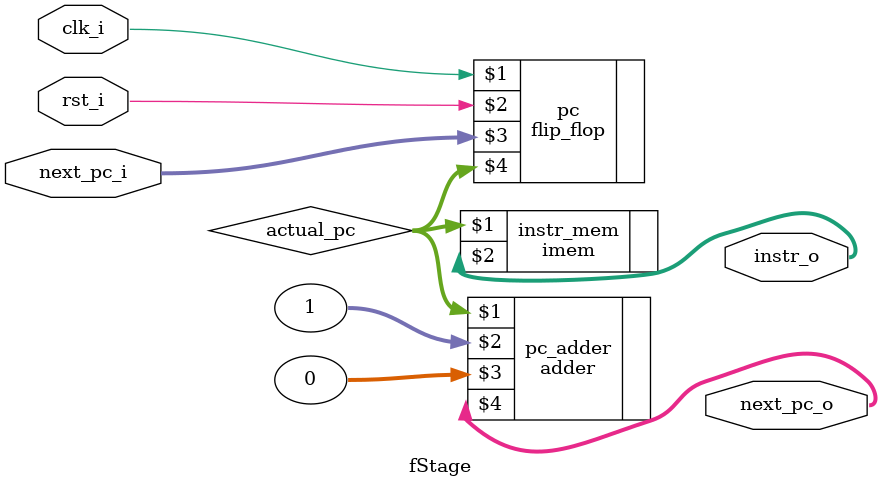
<source format=sv>
module fStage #(
    parameter REGI_BITS = 4,
    parameter VECT_BITS = 2,
    parameter VECT_LANES = 3,
    parameter MEMO_LINES = 64,
    parameter REGI_SIZE = 16,
    parameter VECT_SIZE = 8,
    parameter ELEM_SIZE = 8,
    parameter ADDI_SIZE = 1
)
(
	 input logic                 clk_i, rst_i,
     input logic [REGI_SIZE-1:0] next_pc_i,
    output logic [REGI_SIZE-1:0] next_pc_o,
    output logic [REGI_SIZE-1:0] instr_o
);
    logic [REGI_SIZE-1:0] actual_pc;
    
    flip_flop #(REGI_SIZE) pc(clk_i, rst_i, 
                           next_pc_i, 
                           actual_pc);
    adder #(REGI_SIZE) pc_adder(actual_pc, ADDI_SIZE, 0, next_pc_o);
    imem instr_mem(actual_pc, instr_o);
    
endmodule
</source>
